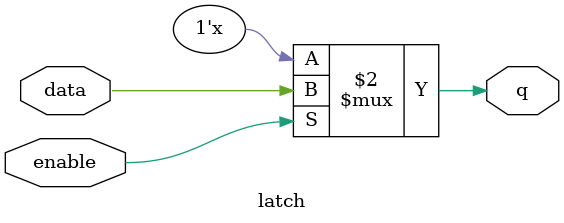
<source format=v>
module latch (data, enable, q);
input data, enable;
output q;
reg q;

always @(enable or data)
    if (enable)
        q <= data;
endmodule

</source>
